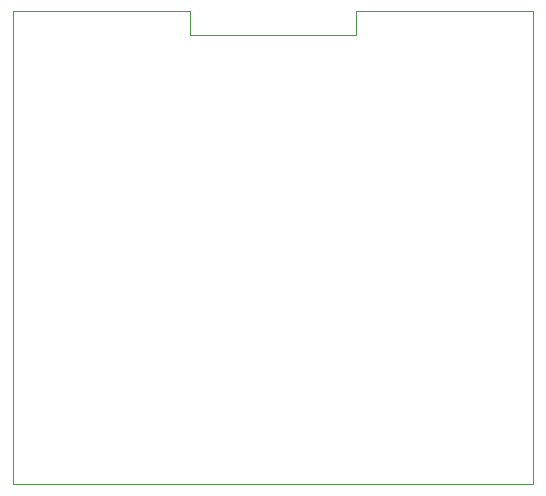
<source format=gm1>
G04 #@! TF.GenerationSoftware,KiCad,Pcbnew,5.1.10-88a1d61d58~90~ubuntu20.04.1*
G04 #@! TF.CreationDate,2021-11-23T17:14:05+00:00*
G04 #@! TF.ProjectId,sketch_v2,736b6574-6368-45f7-9632-2e6b69636164,rev?*
G04 #@! TF.SameCoordinates,Original*
G04 #@! TF.FileFunction,Profile,NP*
%FSLAX46Y46*%
G04 Gerber Fmt 4.6, Leading zero omitted, Abs format (unit mm)*
G04 Created by KiCad (PCBNEW 5.1.10-88a1d61d58~90~ubuntu20.04.1) date 2021-11-23 17:14:05*
%MOMM*%
%LPD*%
G01*
G04 APERTURE LIST*
G04 #@! TA.AperFunction,Profile*
%ADD10C,0.050000*%
G04 #@! TD*
G04 APERTURE END LIST*
D10*
X119000000Y-60000000D02*
X134000000Y-60000000D01*
X119000000Y-62000000D02*
X119000000Y-60000000D01*
X105000000Y-62000000D02*
X119000000Y-62000000D01*
X105000000Y-60000000D02*
X105000000Y-62000000D01*
X90000000Y-60000000D02*
X105000000Y-60000000D01*
X90000000Y-100000000D02*
X90000000Y-60000000D01*
X134000000Y-100000000D02*
X90000000Y-100000000D01*
X134000000Y-60000000D02*
X134000000Y-100000000D01*
M02*

</source>
